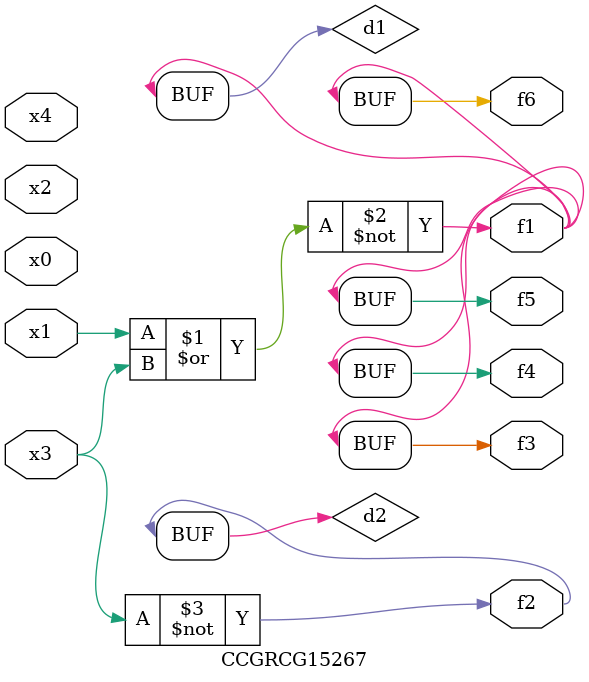
<source format=v>
module CCGRCG15267(
	input x0, x1, x2, x3, x4,
	output f1, f2, f3, f4, f5, f6
);

	wire d1, d2;

	nor (d1, x1, x3);
	not (d2, x3);
	assign f1 = d1;
	assign f2 = d2;
	assign f3 = d1;
	assign f4 = d1;
	assign f5 = d1;
	assign f6 = d1;
endmodule

</source>
